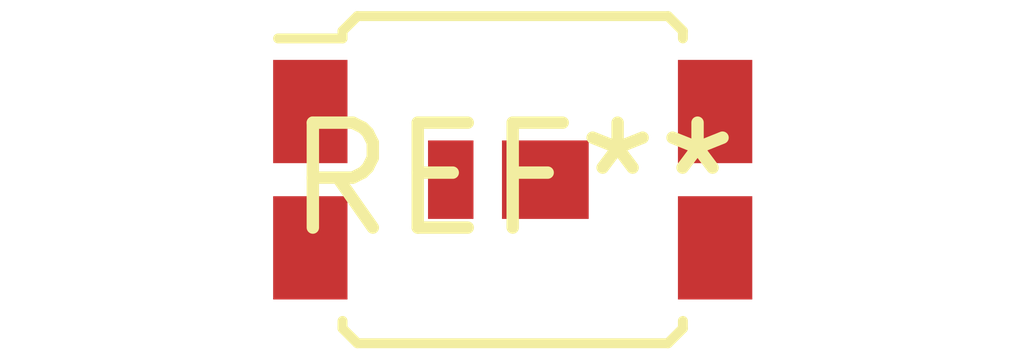
<source format=kicad_pcb>
(kicad_pcb (version 20240108) (generator pcbnew)
  (layers (0 "F.Cu" signal) (31 "B.Cu" signal) (34 "B.Paste" user) (35 "F.Paste" user) (36 "B.SilkS" user "B.Silkscreen") (37 "F.SilkS" user "F.Silkscreen") (38 "B.Mask" user) (39 "F.Mask" user) (44 "Edge.Cuts" user))
  (net 0 "")
  (footprint "DirectFET_SB" (layer "F.Cu") (at 0 0)
    (property "Reference" "REF**")
    (property "Value" "DirectFET_SB")
    (fp_line (start -2.84 -1.71) (end -2.06 -1.71) (layer "F.SilkS") (stroke (width 0.12)))
    (fp_line (start -2.06 -1.8) (end -1.88 -1.98) (layer "F.SilkS") (stroke (width 0.12)))
    (fp_line (start -2.06 -1.71) (end -2.06 -1.8) (layer "F.SilkS") (stroke (width 0.12)))
    (fp_line (start -2.06 1.71) (end -2.06 1.8) (layer "F.SilkS") (stroke (width 0.12)))
    (fp_line (start -2.06 1.8) (end -1.88 1.98) (layer "F.SilkS") (stroke (width 0.12)))
    (fp_line (start -1.88 -1.98) (end 1.88 -1.98) (layer "F.SilkS") (stroke (width 0.12)))
    (fp_line (start -1.88 1.98) (end 1.88 1.98) (layer "F.SilkS") (stroke (width 0.12)))
    (fp_line (start 2.06 -1.8) (end 1.88 -1.98) (layer "F.SilkS") (stroke (width 0.12)))
    (fp_line (start 2.06 -1.71) (end 2.06 -1.8) (layer "F.SilkS") (stroke (width 0.12)))
    (fp_line (start 2.06 1.71) (end 2.06 1.8) (layer "F.SilkS") (stroke (width 0.12)))
    (fp_line (start 2.06 1.8) (end 1.88 1.98) (layer "F.SilkS") (stroke (width 0.12)))
    (pad "1" smd rect (at -2.45 -0.825) (size 0.9 1.25) (layers "F.Cu" "F.Paste" "F.Mask"))
    (pad "1" smd rect (at -2.45 0.825) (size 0.9 1.25) (layers "F.Cu" "F.Paste" "F.Mask"))
    (pad "1" smd rect (at 2.45 -0.825) (size 0.9 1.25) (layers "F.Cu" "F.Paste" "F.Mask"))
    (pad "1" smd rect (at 2.45 0.825) (size 0.9 1.25) (layers "F.Cu" "F.Paste" "F.Mask"))
    (pad "2" smd rect (at -0.75 0) (size 0.55 0.95) (layers "F.Cu" "F.Paste" "F.Mask"))
    (pad "3" smd rect (at 0.395 0) (size 1.05 0.95) (layers "F.Cu" "F.Paste" "F.Mask"))
  )
)
</source>
